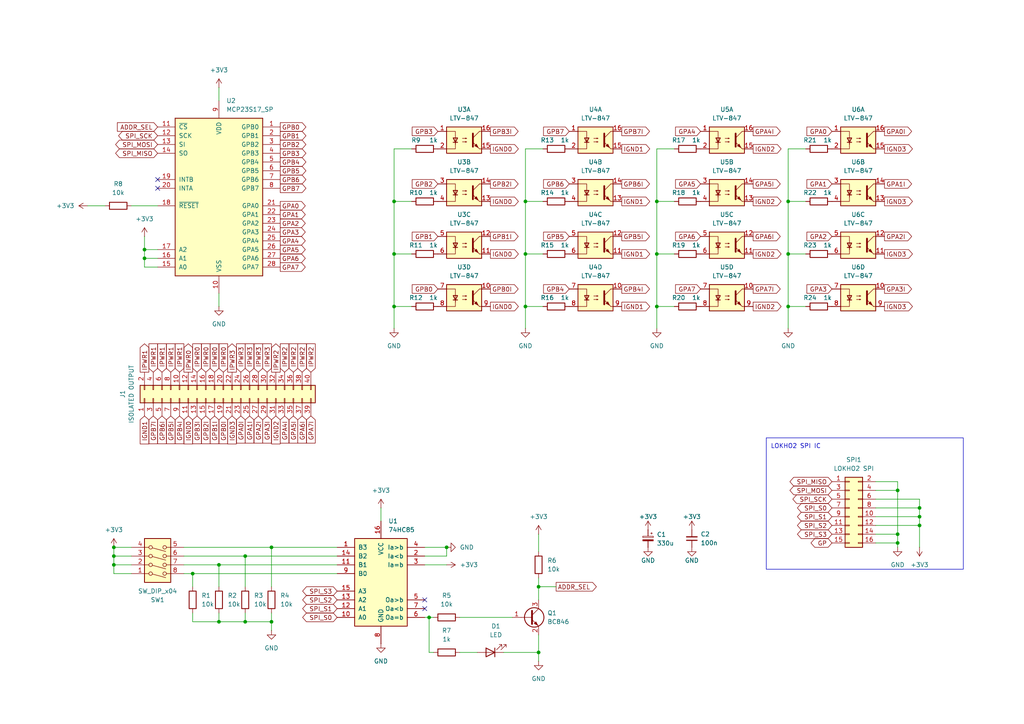
<source format=kicad_sch>
(kicad_sch (version 20250114) (generator "eeschema") (generator_version "9.0")
  (paper "A4")
  (rectangle (start 222.25 127) (end 279.4 165.1))
  (text "LOKHO2 SPI IC" (at 223.52 129.54 0) (effects (font (size 1.27 1.27)) (justify left)))
  (junction (at 156.21 189.23))
  (junction (at 129.54 158.75))
  (junction (at 71.12 180.34))
  (junction (at 33.02 158.75))
  (junction (at 33.02 163.83))
  (junction (at 78.74 180.34))
  (junction (at 114.3 73.66))
  (junction (at 41.91 74.93))
  (junction (at 63.5 163.83))
  (junction (at 71.12 161.29))
  (junction (at 228.6 88.9))
  (junction (at 190.5 88.9))
  (junction (at 124.46 179.07))
  (junction (at 156.21 170.18))
  (junction (at 152.4 88.9))
  (junction (at 114.3 88.9))
  (junction (at 228.6 58.42))
  (junction (at 260.35 154.94))
  (junction (at 55.88 166.37))
  (junction (at 260.35 142.24))
  (junction (at 152.4 58.42))
  (junction (at 266.7 152.4))
  (junction (at 63.5 180.34))
  (junction (at 260.35 157.48))
  (junction (at 114.3 58.42))
  (junction (at 190.5 58.42))
  (junction (at 228.6 73.66))
  (junction (at 152.4 73.66))
  (junction (at 33.02 161.29))
  (junction (at 78.74 158.75))
  (junction (at 266.7 149.86))
  (junction (at 41.91 72.39))
  (junction (at 266.7 147.32))
  (junction (at 190.5 73.66))
  (no_connect (at 45.72 52.07))
  (no_connect (at 45.72 54.61))
  (no_connect (at 123.19 173.99))
  (no_connect (at 123.19 176.53))
  (wire (pts (xy 63.5 180.34) (xy 71.12 180.34)))
  (wire (pts (xy 41.91 77.47) (xy 45.72 77.47)))
  (wire (pts (xy 156.21 167.64) (xy 156.21 170.18)))
  (wire (pts (xy 260.35 158.75) (xy 260.35 157.48)))
  (wire (pts (xy 41.91 72.39) (xy 41.91 74.93)))
  (wire (pts (xy 152.4 73.66) (xy 157.48 73.66)))
  (wire (pts (xy 71.12 177.8) (xy 71.12 180.34)))
  (wire (pts (xy 33.02 158.75) (xy 33.02 161.29)))
  (wire (pts (xy 161.29 170.18) (xy 156.21 170.18)))
  (wire (pts (xy 53.34 161.29) (xy 71.12 161.29)))
  (wire (pts (xy 190.5 88.9) (xy 195.58 88.9)))
  (wire (pts (xy 41.91 74.93) (xy 45.72 74.93)))
  (wire (pts (xy 33.02 166.37) (xy 38.1 166.37)))
  (wire (pts (xy 190.5 58.42) (xy 195.58 58.42)))
  (wire (pts (xy 114.3 95.25) (xy 114.3 88.9)))
  (wire (pts (xy 114.3 88.9) (xy 119.38 88.9)))
  (wire (pts (xy 152.4 58.42) (xy 157.48 58.42)))
  (wire (pts (xy 254 139.7) (xy 260.35 139.7)))
  (wire (pts (xy 53.34 163.83) (xy 63.5 163.83)))
  (wire (pts (xy 123.19 179.07) (xy 124.46 179.07)))
  (wire (pts (xy 78.74 180.34) (xy 78.74 182.88)))
  (wire (pts (xy 33.02 163.83) (xy 38.1 163.83)))
  (wire (pts (xy 266.7 152.4) (xy 266.7 149.86)))
  (wire (pts (xy 63.5 177.8) (xy 63.5 180.34)))
  (wire (pts (xy 190.5 43.18) (xy 195.58 43.18)))
  (wire (pts (xy 152.4 95.25) (xy 152.4 88.9)))
  (wire (pts (xy 129.54 161.29) (xy 123.19 161.29)))
  (wire (pts (xy 55.88 166.37) (xy 55.88 170.18)))
  (wire (pts (xy 41.91 74.93) (xy 41.91 77.47)))
  (wire (pts (xy 228.6 58.42) (xy 228.6 43.18)))
  (wire (pts (xy 55.88 180.34) (xy 63.5 180.34)))
  (wire (pts (xy 152.4 73.66) (xy 152.4 58.42)))
  (wire (pts (xy 33.02 158.75) (xy 38.1 158.75)))
  (wire (pts (xy 156.21 184.15) (xy 156.21 189.23)))
  (wire (pts (xy 133.35 189.23) (xy 138.43 189.23)))
  (wire (pts (xy 228.6 43.18) (xy 233.68 43.18)))
  (wire (pts (xy 266.7 144.78) (xy 266.7 147.32)))
  (wire (pts (xy 71.12 161.29) (xy 97.79 161.29)))
  (wire (pts (xy 33.02 163.83) (xy 33.02 166.37)))
  (wire (pts (xy 38.1 59.69) (xy 45.72 59.69)))
  (wire (pts (xy 71.12 161.29) (xy 71.12 170.18)))
  (wire (pts (xy 114.3 88.9) (xy 114.3 73.66)))
  (wire (pts (xy 228.6 73.66) (xy 233.68 73.66)))
  (wire (pts (xy 53.34 158.75) (xy 78.74 158.75)))
  (wire (pts (xy 152.4 43.18) (xy 157.48 43.18)))
  (wire (pts (xy 266.7 158.75) (xy 266.7 152.4)))
  (wire (pts (xy 114.3 58.42) (xy 114.3 43.18)))
  (wire (pts (xy 260.35 142.24) (xy 260.35 154.94)))
  (wire (pts (xy 78.74 158.75) (xy 78.74 170.18)))
  (wire (pts (xy 228.6 95.25) (xy 228.6 88.9)))
  (wire (pts (xy 190.5 95.25) (xy 190.5 88.9)))
  (wire (pts (xy 156.21 170.18) (xy 156.21 173.99)))
  (wire (pts (xy 33.02 161.29) (xy 38.1 161.29)))
  (wire (pts (xy 156.21 154.94) (xy 156.21 160.02)))
  (wire (pts (xy 55.88 166.37) (xy 97.79 166.37)))
  (wire (pts (xy 152.4 58.42) (xy 152.4 43.18)))
  (wire (pts (xy 133.35 179.07) (xy 148.59 179.07)))
  (wire (pts (xy 190.5 73.66) (xy 190.5 58.42)))
  (wire (pts (xy 78.74 177.8) (xy 78.74 180.34)))
  (wire (pts (xy 260.35 154.94) (xy 260.35 157.48)))
  (wire (pts (xy 33.02 161.29) (xy 33.02 163.83)))
  (wire (pts (xy 124.46 179.07) (xy 125.73 179.07)))
  (wire (pts (xy 78.74 158.75) (xy 97.79 158.75)))
  (wire (pts (xy 63.5 163.83) (xy 63.5 170.18)))
  (wire (pts (xy 190.5 88.9) (xy 190.5 73.66)))
  (wire (pts (xy 129.54 158.75) (xy 129.54 161.29)))
  (wire (pts (xy 228.6 88.9) (xy 228.6 73.66)))
  (wire (pts (xy 254 142.24) (xy 260.35 142.24)))
  (wire (pts (xy 41.91 72.39) (xy 45.72 72.39)))
  (wire (pts (xy 228.6 88.9) (xy 233.68 88.9)))
  (wire (pts (xy 156.21 189.23) (xy 156.21 191.77)))
  (wire (pts (xy 41.91 68.58) (xy 41.91 72.39)))
  (wire (pts (xy 228.6 58.42) (xy 233.68 58.42)))
  (wire (pts (xy 55.88 177.8) (xy 55.88 180.34)))
  (wire (pts (xy 254 147.32) (xy 266.7 147.32)))
  (wire (pts (xy 114.3 43.18) (xy 119.38 43.18)))
  (wire (pts (xy 123.19 158.75) (xy 129.54 158.75)))
  (wire (pts (xy 228.6 73.66) (xy 228.6 58.42)))
  (wire (pts (xy 63.5 85.09) (xy 63.5 88.9)))
  (wire (pts (xy 190.5 73.66) (xy 195.58 73.66)))
  (wire (pts (xy 254 154.94) (xy 260.35 154.94)))
  (wire (pts (xy 53.34 166.37) (xy 55.88 166.37)))
  (wire (pts (xy 124.46 189.23) (xy 124.46 179.07)))
  (wire (pts (xy 146.05 189.23) (xy 156.21 189.23)))
  (wire (pts (xy 260.35 139.7) (xy 260.35 142.24)))
  (wire (pts (xy 254 144.78) (xy 266.7 144.78)))
  (wire (pts (xy 266.7 147.32) (xy 266.7 149.86)))
  (wire (pts (xy 123.19 163.83) (xy 129.54 163.83)))
  (wire (pts (xy 125.73 189.23) (xy 124.46 189.23)))
  (wire (pts (xy 254 149.86) (xy 266.7 149.86)))
  (wire (pts (xy 152.4 88.9) (xy 152.4 73.66)))
  (wire (pts (xy 114.3 73.66) (xy 114.3 58.42)))
  (wire (pts (xy 260.35 157.48) (xy 254 157.48)))
  (wire (pts (xy 190.5 58.42) (xy 190.5 43.18)))
  (wire (pts (xy 152.4 88.9) (xy 157.48 88.9)))
  (wire (pts (xy 110.49 147.32) (xy 110.49 151.13)))
  (wire (pts (xy 63.5 25.4) (xy 63.5 29.21)))
  (wire (pts (xy 114.3 73.66) (xy 119.38 73.66)))
  (wire (pts (xy 71.12 180.34) (xy 78.74 180.34)))
  (wire (pts (xy 254 152.4) (xy 266.7 152.4)))
  (wire (pts (xy 114.3 58.42) (xy 119.38 58.42)))
  (wire (pts (xy 63.5 163.83) (xy 97.79 163.83)))
  (wire (pts (xy 25.4 59.69) (xy 30.48 59.69)))
  (global_label "IPWR2" (shape input) (at 90.17 107.95 90) (property "Intersheetrefs" "${INTERSHEET_REFS}" (effects (hide yes))))
  (global_label "IPWR2" (shape output) (at 80.01 107.95 90) (property "Intersheetrefs" "${INTERSHEET_REFS}" (effects (hide yes))))
  (global_label "GPB4" (shape input) (at 165.1 83.82 180) (property "Intersheetrefs" "${INTERSHEET_REFS}" (effects (hide yes))))
  (global_label "GPA2" (shape output) (at 81.28 64.77 0) (property "Intersheetrefs" "${INTERSHEET_REFS}" (effects (hide yes))))
  (global_label "GPB5I" (shape output) (at 180.34 68.58 0) (property "Intersheetrefs" "${INTERSHEET_REFS}" (effects (hide yes))))
  (global_label "GPA5" (shape output) (at 81.28 72.39 0) (property "Intersheetrefs" "${INTERSHEET_REFS}" (effects (hide yes))))
  (global_label "IGND1" (shape output) (at 180.34 73.66 0) (property "Intersheetrefs" "${INTERSHEET_REFS}" (effects (hide yes))))
  (global_label "SPI_S3" (shape bidirectional) (at 241.3 154.94 180) (property "Intersheetrefs" "${INTERSHEET_REFS}" (effects (hide yes))))
  (global_label "GPB7I" (shape output) (at 180.34 38.1 0) (property "Intersheetrefs" "${INTERSHEET_REFS}" (effects (hide yes))))
  (global_label "GPB1I" (shape input) (at 62.23 120.65 270) (property "Intersheetrefs" "${INTERSHEET_REFS}" (effects (hide yes))))
  (global_label "GPA7I" (shape output) (at 218.44 83.82 0) (property "Intersheetrefs" "${INTERSHEET_REFS}" (effects (hide yes))))
  (global_label "GPB6I" (shape output) (at 180.34 53.34 0) (property "Intersheetrefs" "${INTERSHEET_REFS}" (effects (hide yes))))
  (global_label "IGND1" (shape input) (at 41.91 120.65 270) (property "Intersheetrefs" "${INTERSHEET_REFS}" (effects (hide yes))))
  (global_label "GPA2I" (shape input) (at 74.93 120.65 270) (property "Intersheetrefs" "${INTERSHEET_REFS}" (effects (hide yes))))
  (global_label "GPA3" (shape output) (at 81.28 67.31 0) (property "Intersheetrefs" "${INTERSHEET_REFS}" (effects (hide yes))))
  (global_label "ADDR_SEL" (shape input) (at 45.72 36.83 180) (property "Intersheetrefs" "${INTERSHEET_REFS}" (effects (hide yes))))
  (global_label "SPI_S2" (shape bidirectional) (at 241.3 152.4 180) (property "Intersheetrefs" "${INTERSHEET_REFS}" (effects (hide yes))))
  (global_label "SPI_S1" (shape bidirectional) (at 97.79 176.53 180) (property "Intersheetrefs" "${INTERSHEET_REFS}" (effects (hide yes))))
  (global_label "IPWR1" (shape input) (at 46.99 107.95 90) (property "Intersheetrefs" "${INTERSHEET_REFS}" (effects (hide yes))))
  (global_label "GPA1" (shape input) (at 241.3 53.34 180) (property "Intersheetrefs" "${INTERSHEET_REFS}" (effects (hide yes))))
  (global_label "IPWR1" (shape input) (at 44.45 107.95 90) (property "Intersheetrefs" "${INTERSHEET_REFS}" (effects (hide yes))))
  (global_label "IPWR1" (shape input) (at 49.53 107.95 90) (property "Intersheetrefs" "${INTERSHEET_REFS}" (effects (hide yes))))
  (global_label "IPWR0" (shape input) (at 57.15 107.95 90) (property "Intersheetrefs" "${INTERSHEET_REFS}" (effects (hide yes))))
  (global_label "GPA3I" (shape input) (at 77.47 120.65 270) (property "Intersheetrefs" "${INTERSHEET_REFS}" (effects (hide yes))))
  (global_label "IPWR2" (shape input) (at 85.09 107.95 90) (property "Intersheetrefs" "${INTERSHEET_REFS}" (effects (hide yes))))
  (global_label "SPI_MOSI" (shape bidirectional) (at 45.72 41.91 180) (property "Intersheetrefs" "${INTERSHEET_REFS}" (effects (hide yes))))
  (global_label "SPI_SCK" (shape bidirectional) (at 45.72 39.37 180) (property "Intersheetrefs" "${INTERSHEET_REFS}" (effects (hide yes))))
  (global_label "IPWR3" (shape input) (at 69.85 107.95 90) (property "Intersheetrefs" "${INTERSHEET_REFS}" (effects (hide yes))))
  (global_label "GPA6I" (shape output) (at 218.44 68.58 0) (property "Intersheetrefs" "${INTERSHEET_REFS}" (effects (hide yes))))
  (global_label "IPWR1" (shape input) (at 52.07 107.95 90) (property "Intersheetrefs" "${INTERSHEET_REFS}" (effects (hide yes))))
  (global_label "SPI_S0" (shape bidirectional) (at 97.79 179.07 180) (property "Intersheetrefs" "${INTERSHEET_REFS}" (effects (hide yes))))
  (global_label "GPA1" (shape output) (at 81.28 62.23 0) (property "Intersheetrefs" "${INTERSHEET_REFS}" (effects (hide yes))))
  (global_label "IPWR2" (shape input) (at 82.55 107.95 90) (property "Intersheetrefs" "${INTERSHEET_REFS}" (effects (hide yes))))
  (global_label "GPB4I" (shape input) (at 52.07 120.65 270) (property "Intersheetrefs" "${INTERSHEET_REFS}" (effects (hide yes))))
  (global_label "IPWR2" (shape input) (at 87.63 107.95 90) (property "Intersheetrefs" "${INTERSHEET_REFS}" (effects (hide yes))))
  (global_label "IGND0" (shape output) (at 142.24 58.42 0) (property "Intersheetrefs" "${INTERSHEET_REFS}" (effects (hide yes))))
  (global_label "IPWR0" (shape input) (at 62.23 107.95 90) (property "Intersheetrefs" "${INTERSHEET_REFS}" (effects (hide yes))))
  (global_label "IGND1" (shape output) (at 180.34 58.42 0) (property "Intersheetrefs" "${INTERSHEET_REFS}" (effects (hide yes))))
  (global_label "IPWR1" (shape output) (at 41.91 107.95 90) (property "Intersheetrefs" "${INTERSHEET_REFS}" (effects (hide yes))))
  (global_label "IPWR3" (shape output) (at 67.31 107.95 90) (property "Intersheetrefs" "${INTERSHEET_REFS}" (effects (hide yes))))
  (global_label "IGND3" (shape input) (at 67.31 120.65 270) (property "Intersheetrefs" "${INTERSHEET_REFS}" (effects (hide yes))))
  (global_label "IPWR0" (shape output) (at 54.61 107.95 90) (property "Intersheetrefs" "${INTERSHEET_REFS}" (effects (hide yes))))
  (global_label "GPB2" (shape input) (at 127 53.34 180) (property "Intersheetrefs" "${INTERSHEET_REFS}" (effects (hide yes))))
  (global_label "GPA3I" (shape output) (at 256.54 83.82 0) (property "Intersheetrefs" "${INTERSHEET_REFS}" (effects (hide yes))))
  (global_label "GPB4" (shape output) (at 81.28 46.99 0) (property "Intersheetrefs" "${INTERSHEET_REFS}" (effects (hide yes))))
  (global_label "IGND2" (shape output) (at 218.44 43.18 0) (property "Intersheetrefs" "${INTERSHEET_REFS}" (effects (hide yes))))
  (global_label "IGND1" (shape output) (at 180.34 43.18 0) (property "Intersheetrefs" "${INTERSHEET_REFS}" (effects (hide yes))))
  (global_label "IGND3" (shape output) (at 256.54 43.18 0) (property "Intersheetrefs" "${INTERSHEET_REFS}" (effects (hide yes))))
  (global_label "GPB2I" (shape output) (at 142.24 53.34 0) (property "Intersheetrefs" "${INTERSHEET_REFS}" (effects (hide yes))))
  (global_label "GPA6I" (shape input) (at 87.63 120.65 270) (property "Intersheetrefs" "${INTERSHEET_REFS}" (effects (hide yes))))
  (global_label "GPB3I" (shape input) (at 57.15 120.65 270) (property "Intersheetrefs" "${INTERSHEET_REFS}" (effects (hide yes))))
  (global_label "SPI_MISO" (shape bidirectional) (at 45.72 44.45 180) (property "Intersheetrefs" "${INTERSHEET_REFS}" (effects (hide yes))))
  (global_label "SPI_S2" (shape bidirectional) (at 97.79 173.99 180) (property "Intersheetrefs" "${INTERSHEET_REFS}" (effects (hide yes))))
  (global_label "IGND1" (shape output) (at 180.34 88.9 0) (property "Intersheetrefs" "${INTERSHEET_REFS}" (effects (hide yes))))
  (global_label "GPA5" (shape input) (at 203.2 53.34 180) (property "Intersheetrefs" "${INTERSHEET_REFS}" (effects (hide yes))))
  (global_label "IGND0" (shape input) (at 54.61 120.65 270) (property "Intersheetrefs" "${INTERSHEET_REFS}" (effects (hide yes))))
  (global_label "GPA1I" (shape input) (at 72.39 120.65 270) (property "Intersheetrefs" "${INTERSHEET_REFS}" (effects (hide yes))))
  (global_label "GPB0" (shape output) (at 81.28 36.83 0) (property "Intersheetrefs" "${INTERSHEET_REFS}" (effects (hide yes))))
  (global_label "GPB1" (shape input) (at 127 68.58 180) (property "Intersheetrefs" "${INTERSHEET_REFS}" (effects (hide yes))))
  (global_label "GPA4" (shape input) (at 203.2 38.1 180) (property "Intersheetrefs" "${INTERSHEET_REFS}" (effects (hide yes))))
  (global_label "IGND0" (shape output) (at 142.24 43.18 0) (property "Intersheetrefs" "${INTERSHEET_REFS}" (effects (hide yes))))
  (global_label "GPA5I" (shape input) (at 85.09 120.65 270) (property "Intersheetrefs" "${INTERSHEET_REFS}" (effects (hide yes))))
  (global_label "GPA6" (shape input) (at 203.2 68.58 180) (property "Intersheetrefs" "${INTERSHEET_REFS}" (effects (hide yes))))
  (global_label "GPA7" (shape input) (at 203.2 83.82 180) (property "Intersheetrefs" "${INTERSHEET_REFS}" (effects (hide yes))))
  (global_label "GPB1I" (shape output) (at 142.24 68.58 0) (property "Intersheetrefs" "${INTERSHEET_REFS}" (effects (hide yes))))
  (global_label "IPWR3" (shape input) (at 74.93 107.95 90) (property "Intersheetrefs" "${INTERSHEET_REFS}" (effects (hide yes))))
  (global_label "IGND2" (shape input) (at 80.01 120.65 270) (property "Intersheetrefs" "${INTERSHEET_REFS}" (effects (hide yes))))
  (global_label "IPWR3" (shape input) (at 72.39 107.95 90) (property "Intersheetrefs" "${INTERSHEET_REFS}" (effects (hide yes))))
  (global_label "GPA5I" (shape output) (at 218.44 53.34 0) (property "Intersheetrefs" "${INTERSHEET_REFS}" (effects (hide yes))))
  (global_label "GPB0I" (shape output) (at 142.24 83.82 0) (property "Intersheetrefs" "${INTERSHEET_REFS}" (effects (hide yes))))
  (global_label "IGND0" (shape output) (at 142.24 73.66 0) (property "Intersheetrefs" "${INTERSHEET_REFS}" (effects (hide yes))))
  (global_label "GPA0" (shape input) (at 241.3 38.1 180) (property "Intersheetrefs" "${INTERSHEET_REFS}" (effects (hide yes))))
  (global_label "GPB7I" (shape input) (at 44.45 120.65 270) (property "Intersheetrefs" "${INTERSHEET_REFS}" (effects (hide yes))))
  (global_label "GPA0I" (shape input) (at 69.85 120.65 270) (property "Intersheetrefs" "${INTERSHEET_REFS}" (effects (hide yes))))
  (global_label "GPB3" (shape output) (at 81.28 44.45 0) (property "Intersheetrefs" "${INTERSHEET_REFS}" (effects (hide yes))))
  (global_label "GPA4I" (shape input) (at 82.55 120.65 270) (property "Intersheetrefs" "${INTERSHEET_REFS}" (effects (hide yes))))
  (global_label "SPI_MOSI" (shape bidirectional) (at 241.3 142.24 180) (property "Intersheetrefs" "${INTERSHEET_REFS}" (effects (hide yes))))
  (global_label "GPB6" (shape input) (at 165.1 53.34 180) (property "Intersheetrefs" "${INTERSHEET_REFS}" (effects (hide yes))))
  (global_label "GPB3" (shape input) (at 127 38.1 180) (property "Intersheetrefs" "${INTERSHEET_REFS}" (effects (hide yes))))
  (global_label "SPI_SCK" (shape bidirectional) (at 241.3 144.78 180) (property "Intersheetrefs" "${INTERSHEET_REFS}" (effects (hide yes))))
  (global_label "GPB6" (shape output) (at 81.28 52.07 0) (property "Intersheetrefs" "${INTERSHEET_REFS}" (effects (hide yes))))
  (global_label "GPA6" (shape output) (at 81.28 74.93 0) (property "Intersheetrefs" "${INTERSHEET_REFS}" (effects (hide yes))))
  (global_label "SPI_S1" (shape bidirectional) (at 241.3 149.86 180) (property "Intersheetrefs" "${INTERSHEET_REFS}" (effects (hide yes))))
  (global_label "GPB7" (shape input) (at 165.1 38.1 180) (property "Intersheetrefs" "${INTERSHEET_REFS}" (effects (hide yes))))
  (global_label "GPB4I" (shape output) (at 180.34 83.82 0) (property "Intersheetrefs" "${INTERSHEET_REFS}" (effects (hide yes))))
  (global_label "GPA0" (shape output) (at 81.28 59.69 0) (property "Intersheetrefs" "${INTERSHEET_REFS}" (effects (hide yes))))
  (global_label "GPB1" (shape output) (at 81.28 39.37 0) (property "Intersheetrefs" "${INTERSHEET_REFS}" (effects (hide yes))))
  (global_label "GPA7I" (shape input) (at 90.17 120.65 270) (property "Intersheetrefs" "${INTERSHEET_REFS}" (effects (hide yes))))
  (global_label "IGND2" (shape output) (at 218.44 88.9 0) (property "Intersheetrefs" "${INTERSHEET_REFS}" (effects (hide yes))))
  (global_label "IGND0" (shape output) (at 142.24 88.9 0) (property "Intersheetrefs" "${INTERSHEET_REFS}" (effects (hide yes))))
  (global_label "IGND3" (shape output) (at 256.54 88.9 0) (property "Intersheetrefs" "${INTERSHEET_REFS}" (effects (hide yes))))
  (global_label "GPA3" (shape input) (at 241.3 83.82 180) (property "Intersheetrefs" "${INTERSHEET_REFS}" (effects (hide yes))))
  (global_label "GPB5I" (shape input) (at 49.53 120.65 270) (property "Intersheetrefs" "${INTERSHEET_REFS}" (effects (hide yes))))
  (global_label "SPI_S0" (shape bidirectional) (at 241.3 147.32 180) (property "Intersheetrefs" "${INTERSHEET_REFS}" (effects (hide yes))))
  (global_label "IPWR0" (shape input) (at 59.69 107.95 90) (property "Intersheetrefs" "${INTERSHEET_REFS}" (effects (hide yes))))
  (global_label "GPA2I" (shape output) (at 256.54 68.58 0) (property "Intersheetrefs" "${INTERSHEET_REFS}" (effects (hide yes))))
  (global_label "GPA0I" (shape output) (at 256.54 38.1 0) (property "Intersheetrefs" "${INTERSHEET_REFS}" (effects (hide yes))))
  (global_label "GPB0I" (shape input) (at 64.77 120.65 270) (property "Intersheetrefs" "${INTERSHEET_REFS}" (effects (hide yes))))
  (global_label "GPA1I" (shape output) (at 256.54 53.34 0) (property "Intersheetrefs" "${INTERSHEET_REFS}" (effects (hide yes))))
  (global_label "ADDR_SEL" (shape output) (at 161.29 170.18 0) (property "Intersheetrefs" "${INTERSHEET_REFS}" (effects (hide yes))))
  (global_label "GPB2" (shape output) (at 81.28 41.91 0) (property "Intersheetrefs" "${INTERSHEET_REFS}" (effects (hide yes))))
  (global_label "IPWR3" (shape input) (at 77.47 107.95 90) (property "Intersheetrefs" "${INTERSHEET_REFS}" (effects (hide yes))))
  (global_label "SPI_MISO" (shape bidirectional) (at 241.3 139.7 180) (property "Intersheetrefs" "${INTERSHEET_REFS}" (effects (hide yes))))
  (global_label "GPB3I" (shape output) (at 142.24 38.1 0) (property "Intersheetrefs" "${INTERSHEET_REFS}" (effects (hide yes))))
  (global_label "GPB2I" (shape input) (at 59.69 120.65 270) (property "Intersheetrefs" "${INTERSHEET_REFS}" (effects (hide yes))))
  (global_label "GPB6I" (shape input) (at 46.99 120.65 270) (property "Intersheetrefs" "${INTERSHEET_REFS}" (effects (hide yes))))
  (global_label "IPWR0" (shape input) (at 64.77 107.95 90) (property "Intersheetrefs" "${INTERSHEET_REFS}" (effects (hide yes))))
  (global_label "SPI_S3" (shape bidirectional) (at 97.79 171.45 180) (property "Intersheetrefs" "${INTERSHEET_REFS}" (effects (hide yes))))
  (global_label "IGND3" (shape output) (at 256.54 73.66 0) (property "Intersheetrefs" "${INTERSHEET_REFS}" (effects (hide yes))))
  (global_label "GPA4" (shape output) (at 81.28 69.85 0) (property "Intersheetrefs" "${INTERSHEET_REFS}" (effects (hide yes))))
  (global_label "GPA7" (shape output) (at 81.28 77.47 0) (property "Intersheetrefs" "${INTERSHEET_REFS}" (effects (hide yes))))
  (global_label "GPB5" (shape input) (at 165.1 68.58 180) (property "Intersheetrefs" "${INTERSHEET_REFS}" (effects (hide yes))))
  (global_label "GPB7" (shape output) (at 81.28 54.61 0) (property "Intersheetrefs" "${INTERSHEET_REFS}" (effects (hide yes))))
  (global_label "GPB5" (shape output) (at 81.28 49.53 0) (property "Intersheetrefs" "${INTERSHEET_REFS}" (effects (hide yes))))
  (global_label "GP" (shape bidirectional) (at 241.3 157.48 180) (property "Intersheetrefs" "${INTERSHEET_REFS}" (effects (hide yes))))
  (global_label "IGND2" (shape output) (at 218.44 73.66 0) (property "Intersheetrefs" "${INTERSHEET_REFS}" (effects (hide yes))))
  (global_label "GPA2" (shape input) (at 241.3 68.58 180) (property "Intersheetrefs" "${INTERSHEET_REFS}" (effects (hide yes))))
  (global_label "IGND3" (shape output) (at 256.54 58.42 0) (property "Intersheetrefs" "${INTERSHEET_REFS}" (effects (hide yes))))
  (global_label "GPA4I" (shape output) (at 218.44 38.1 0) (property "Intersheetrefs" "${INTERSHEET_REFS}" (effects (hide yes))))
  (global_label "GPB0" (shape input) (at 127 83.82 180) (property "Intersheetrefs" "${INTERSHEET_REFS}" (effects (hide yes))))
  (global_label "IGND2" (shape output) (at 218.44 58.42 0) (property "Intersheetrefs" "${INTERSHEET_REFS}" (effects (hide yes))))
  (symbol (lib_id "power:GND") (at 110.49 186.69 0) (unit 1)
    (property "Reference" "#PWR0108" (effects (hide yes)))
    (property "Value" "GND" (at 110.49 191.77 0))
    (property "Description" "Power symbol creates a global label with name \"GND\" , ground" (effects (hide yes)))
  )
  (symbol (lib_id "power:+3V3") (at 33.02 158.75 0) (unit 1)
    (property "Reference" "#PWR0105" (effects (hide yes)))
    (property "Value" "+3V3" (at 33.02 153.67 0))
    (property "Description" "Power symbol creates a global label with name \"+3V3\"" (effects (hide yes)))
  )
  (symbol (lib_id "Device:R") (at 237.49 58.42 90) (unit 1)
    (property "Reference" "R22" (at 234.95 55.88 90))
    (property "Value" "1k" (at 240.03 55.88 90))
    (property "Footprint" "Resistor_THT:R_Axial_DIN0204_L3.6mm_D1.6mm_P7.62mm_Horizontal" (effects (hide yes)))
    (property "Description" "Resistor" (effects (hide yes)))
  )
  (symbol (lib_id "power:GND") (at 63.5 88.9 0) (unit 1)
    (property "Reference" "#PWR0102" (effects (hide yes)))
    (property "Value" "GND" (at 63.5 93.98 0))
    (property "Description" "Power symbol creates a global label with name \"GND\" , ground" (effects (hide yes)))
  )
  (symbol (lib_id "power:GND") (at 114.3 95.25 0) (unit 1)
    (property "Reference" "#PWR02" (effects (hide yes)))
    (property "Value" "GND" (at 114.3 100.33 0))
    (property "Description" "Power symbol creates a global label with name \"GND\" , ground" (effects (hide yes)))
  )
  (symbol (lib_id "Device:LED") (at 142.24 189.23 180) (unit 1)
    (property "Reference" "D1" (at 143.8275 181.61 0))
    (property "Value" "LED" (at 143.8275 184.15 0))
    (property "Footprint" "LED_THT:LED_D3.0mm" (effects (hide yes)))
    (property "Description" "Light emitting diode" (effects (hide yes)))
    (property "Sim.Pins" "1=K 2=A" (effects (hide yes)))
  )
  (symbol (lib_id "Device:R") (at 63.5 173.99 0) (unit 1)
    (property "Reference" "R2" (at 66.04 172.7199 0) (effects (justify left)))
    (property "Value" "10k" (at 66.04 175.2599 0) (effects (justify left)))
    (property "Footprint" "Resistor_THT:R_Axial_DIN0204_L3.6mm_D1.6mm_P7.62mm_Horizontal" (effects (hide yes)))
    (property "Description" "Resistor" (effects (hide yes)))
  )
  (symbol (lib_id "Device:R") (at 129.54 179.07 90) (unit 1)
    (property "Reference" "R5" (at 129.54 172.72 90))
    (property "Value" "10k" (at 129.54 175.26 90))
    (property "Footprint" "Resistor_THT:R_Axial_DIN0204_L3.6mm_D1.6mm_P7.62mm_Horizontal" (effects (hide yes)))
    (property "Description" "Resistor" (effects (hide yes)))
  )
  (symbol (lib_id "power:GND") (at 187.96 158.75 0) (unit 1)
    (property "Reference" "#PWR0114" (effects (hide yes)))
    (property "Value" "GND" (at 187.96 162.56 0))
  )
  (symbol (lib_id "Connector_Generic:Conn_02x20_Odd_Even") (at 64.77 115.57 90) (unit 1)
    (property "Reference" "J1" (at 35.56 114.3 0))
    (property "Value" "ISOLATED OUTPUT" (at 38.1 114.3 0))
    (property "Footprint" "Connector_IDC:IDC-Header_2x20_P2.54mm_Horizontal" (effects (hide yes)))
    (property "Description" "Generic connector, double row, 02x20, odd/even pin numbering scheme (row 1 odd numbers, row 2 even numbers), script generated (kicad-library-utils/schlib/autogen/connector/)" (effects (hide yes)))
  )
  (symbol (lib_id "Isolator:LTV-847") (at 134.62 71.12 0) (unit 3)
    (property "Reference" "U3" (at 134.62 62.23 0))
    (property "Value" "LTV-847" (at 134.62 64.77 0))
    (property "Footprint" "Package_DIP:DIP-16_W7.62mm" (effects (hide yes)))
    (property "Datasheet" "http://optoelectronics.liteon.com/upload/download/DS-70-96-0016/LTV-8X7%20series.PDF" (effects (hide yes)))
    (property "Description" "Quad DC Optocoupler, Vce 35V, CTR 50%, DIP-16" (effects (hide yes)))
  )
  (symbol (lib_id "power:GND") (at 156.21 191.77 0) (unit 1)
    (property "Reference" "#PWR0106" (effects (hide yes)))
    (property "Value" "GND" (at 156.21 196.85 0))
    (property "Description" "Power symbol creates a global label with name \"GND\" , ground" (effects (hide yes)))
  )
  (symbol (lib_id "power:+3V3") (at 156.21 154.94 0) (unit 1)
    (property "Reference" "#PWR0109" (effects (hide yes)))
    (property "Value" "+3V3" (at 156.21 149.86 0))
    (property "Description" "Power symbol creates a global label with name \"+3V3\"" (effects (hide yes)))
  )
  (symbol (lib_id "Isolator:LTV-847") (at 172.72 40.64 0) (unit 1)
    (property "Reference" "U4" (at 172.72 31.75 0))
    (property "Value" "LTV-847" (at 172.72 34.29 0))
    (property "Footprint" "Package_DIP:DIP-16_W7.62mm" (effects (hide yes)))
    (property "Datasheet" "http://optoelectronics.liteon.com/upload/download/DS-70-96-0016/LTV-8X7%20series.PDF" (effects (hide yes)))
    (property "Description" "Quad DC Optocoupler, Vce 35V, CTR 50%, DIP-16" (effects (hide yes)))
  )
  (symbol (lib_id "Device:R") (at 161.29 88.9 90) (unit 1)
    (property "Reference" "R16" (at 158.75 86.36 90))
    (property "Value" "1k" (at 163.83 86.36 90))
    (property "Footprint" "Resistor_THT:R_Axial_DIN0204_L3.6mm_D1.6mm_P7.62mm_Horizontal" (effects (hide yes)))
    (property "Description" "Resistor" (effects (hide yes)))
  )
  (symbol (lib_id "power:+3V3") (at 25.4 59.69 90) (unit 1)
    (property "Reference" "#PWR0104" (effects (hide yes)))
    (property "Value" "+3V3" (at 21.59 59.6899 90) (effects (justify left)))
    (property "Description" "Power symbol creates a global label with name \"+3V3\"" (effects (hide yes)))
  )
  (symbol (lib_id "Interface_Expansion:MCP23S17_SP") (at 63.5 57.15 0) (unit 1)
    (property "Reference" "U2" (at 65.6433 29.21 0) (effects (justify left)))
    (property "Value" "MCP23S17_SP" (at 65.6433 31.75 0) (effects (justify left)))
    (property "Footprint" "Package_DIP:DIP-28_W7.62mm" (effects (hide yes)))
    (property "Datasheet" "http://ww1.microchip.com/downloads/en/DeviceDoc/20001952C.pdf" (effects (hide yes)))
    (property "Description" "16-bit I/O expander, SPI, interrupts, w pull-ups, SPDIP-28" (effects (hide yes)))
  )
  (symbol (lib_id "Transistor_BJT:BC846") (at 153.67 179.07 0) (unit 1)
    (property "Reference" "Q1" (at 158.75 177.7999 0) (effects (justify left)))
    (property "Value" "BC846" (at 158.75 180.3399 0) (effects (justify left)))
    (property "Footprint" "Package_TO_SOT_SMD:SOT-23" (effects (hide yes)))
    (property "Datasheet" "https://assets.nexperia.com/documents/data-sheet/BC846_SER.pdf" (effects (hide yes)))
    (property "Description" "0.1A Ic, 65V Vce, NPN Transistor, SOT-23" (effects (hide yes)))
    (property "Sim.Device" "NPN" (effects (hide yes)))
    (property "Sim.Pins" "1=B 2=E 3=C" (effects (hide yes)))
  )
  (symbol (lib_id "Device:R") (at 129.54 189.23 90) (unit 1)
    (property "Reference" "R7" (at 129.54 182.88 90))
    (property "Value" "1k" (at 129.54 185.42 90))
    (property "Footprint" "Resistor_THT:R_Axial_DIN0204_L3.6mm_D1.6mm_P7.62mm_Horizontal" (effects (hide yes)))
    (property "Description" "Resistor" (effects (hide yes)))
  )
  (symbol (lib_id "Isolator:LTV-847") (at 172.72 86.36 0) (unit 4)
    (property "Reference" "U4" (at 172.72 77.47 0))
    (property "Value" "LTV-847" (at 172.72 80.01 0))
    (property "Footprint" "Package_DIP:DIP-16_W7.62mm" (effects (hide yes)))
    (property "Datasheet" "http://optoelectronics.liteon.com/upload/download/DS-70-96-0016/LTV-8X7%20series.PDF" (effects (hide yes)))
    (property "Description" "Quad DC Optocoupler, Vce 35V, CTR 50%, DIP-16" (effects (hide yes)))
  )
  (symbol (lib_id "Device:R") (at 161.29 73.66 90) (unit 1)
    (property "Reference" "R15" (at 158.75 71.12 90))
    (property "Value" "1k" (at 163.83 71.12 90))
    (property "Footprint" "Resistor_THT:R_Axial_DIN0204_L3.6mm_D1.6mm_P7.62mm_Horizontal" (effects (hide yes)))
    (property "Description" "Resistor" (effects (hide yes)))
  )
  (symbol (lib_id "Isolator:LTV-847") (at 134.62 86.36 0) (unit 4)
    (property "Reference" "U3" (at 134.62 77.47 0))
    (property "Value" "LTV-847" (at 134.62 80.01 0))
    (property "Footprint" "Package_DIP:DIP-16_W7.62mm" (effects (hide yes)))
    (property "Datasheet" "http://optoelectronics.liteon.com/upload/download/DS-70-96-0016/LTV-8X7%20series.PDF" (effects (hide yes)))
    (property "Description" "Quad DC Optocoupler, Vce 35V, CTR 50%, DIP-16" (effects (hide yes)))
  )
  (symbol (lib_id "Isolator:LTV-847") (at 248.92 71.12 0) (unit 3)
    (property "Reference" "U6" (at 248.92 62.23 0))
    (property "Value" "LTV-847" (at 248.92 64.77 0))
    (property "Footprint" "Package_DIP:DIP-16_W7.62mm" (effects (hide yes)))
    (property "Datasheet" "http://optoelectronics.liteon.com/upload/download/DS-70-96-0016/LTV-8X7%20series.PDF" (effects (hide yes)))
    (property "Description" "Quad DC Optocoupler, Vce 35V, CTR 50%, DIP-16" (effects (hide yes)))
  )
  (symbol (lib_id "Device:R") (at 55.88 173.99 0) (unit 1)
    (property "Reference" "R1" (at 58.42 172.7199 0) (effects (justify left)))
    (property "Value" "10k" (at 58.42 175.2599 0) (effects (justify left)))
    (property "Footprint" "Resistor_THT:R_Axial_DIN0204_L3.6mm_D1.6mm_P7.62mm_Horizontal" (effects (hide yes)))
    (property "Description" "Resistor" (effects (hide yes)))
  )
  (symbol (lib_id "power:GND") (at 190.5 95.25 0) (unit 1)
    (property "Reference" "#PWR04" (effects (hide yes)))
    (property "Value" "GND" (at 190.5 100.33 0))
    (property "Description" "Power symbol creates a global label with name \"GND\" , ground" (effects (hide yes)))
  )
  (symbol (lib_id "Device:R") (at 156.21 163.83 180) (unit 1)
    (property "Reference" "R6" (at 158.75 162.5599 0) (effects (justify right)))
    (property "Value" "10k" (at 158.75 165.0999 0) (effects (justify right)))
    (property "Footprint" "Resistor_THT:R_Axial_DIN0204_L3.6mm_D1.6mm_P7.62mm_Horizontal" (effects (hide yes)))
    (property "Description" "Resistor" (effects (hide yes)))
  )
  (symbol (lib_id "Isolator:LTV-847") (at 172.72 55.88 0) (unit 2)
    (property "Reference" "U4" (at 172.72 46.99 0))
    (property "Value" "LTV-847" (at 172.72 49.53 0))
    (property "Footprint" "Package_DIP:DIP-16_W7.62mm" (effects (hide yes)))
    (property "Datasheet" "http://optoelectronics.liteon.com/upload/download/DS-70-96-0016/LTV-8X7%20series.PDF" (effects (hide yes)))
    (property "Description" "Quad DC Optocoupler, Vce 35V, CTR 50%, DIP-16" (effects (hide yes)))
  )
  (symbol (lib_id "Device:R") (at 123.19 43.18 90) (unit 1)
    (property "Reference" "R9" (at 120.65 40.64 90))
    (property "Value" "1k" (at 125.73 40.64 90))
    (property "Footprint" "Resistor_THT:R_Axial_DIN0204_L3.6mm_D1.6mm_P7.62mm_Horizontal" (effects (hide yes)))
    (property "Description" "Resistor" (effects (hide yes)))
  )
  (symbol (lib_id "power:GND") (at 78.74 182.88 0) (unit 1)
    (property "Reference" "#PWR0101" (effects (hide yes)))
    (property "Value" "GND" (at 78.74 187.96 0))
    (property "Description" "Power symbol creates a global label with name \"GND\" , ground" (effects (hide yes)))
  )
  (symbol (lib_id "power:GND") (at 228.6 95.25 0) (unit 1)
    (property "Reference" "#PWR05" (effects (hide yes)))
    (property "Value" "GND" (at 228.6 100.33 0))
    (property "Description" "Power symbol creates a global label with name \"GND\" , ground" (effects (hide yes)))
  )
  (symbol (lib_id "power:+3V3") (at 129.54 163.83 270) (unit 1)
    (property "Reference" "#PWR0110" (effects (hide yes)))
    (property "Value" "+3V3" (at 133.35 163.8299 90) (effects (justify left)))
    (property "Description" "Power symbol creates a global label with name \"+3V3\"" (effects (hide yes)))
  )
  (symbol (lib_id "Isolator:LTV-847") (at 172.72 71.12 0) (unit 3)
    (property "Reference" "U4" (at 172.72 62.23 0))
    (property "Value" "LTV-847" (at 172.72 64.77 0))
    (property "Footprint" "Package_DIP:DIP-16_W7.62mm" (effects (hide yes)))
    (property "Datasheet" "http://optoelectronics.liteon.com/upload/download/DS-70-96-0016/LTV-8X7%20series.PDF" (effects (hide yes)))
    (property "Description" "Quad DC Optocoupler, Vce 35V, CTR 50%, DIP-16" (effects (hide yes)))
  )
  (symbol (lib_id "Device:R") (at 123.19 58.42 90) (unit 1)
    (property "Reference" "R10" (at 120.65 55.88 90))
    (property "Value" "1k" (at 125.73 55.88 90))
    (property "Footprint" "Resistor_THT:R_Axial_DIN0204_L3.6mm_D1.6mm_P7.62mm_Horizontal" (effects (hide yes)))
    (property "Description" "Resistor" (effects (hide yes)))
  )
  (symbol (lib_id "Device:R") (at 123.19 88.9 90) (unit 1)
    (property "Reference" "R12" (at 120.65 86.36 90))
    (property "Value" "1k" (at 125.73 86.36 90))
    (property "Footprint" "Resistor_THT:R_Axial_DIN0204_L3.6mm_D1.6mm_P7.62mm_Horizontal" (effects (hide yes)))
    (property "Description" "Resistor" (effects (hide yes)))
  )
  (symbol (lib_id "Isolator:LTV-847") (at 248.92 55.88 0) (unit 2)
    (property "Reference" "U6" (at 248.92 46.99 0))
    (property "Value" "LTV-847" (at 248.92 49.53 0))
    (property "Footprint" "Package_DIP:DIP-16_W7.62mm" (effects (hide yes)))
    (property "Datasheet" "http://optoelectronics.liteon.com/upload/download/DS-70-96-0016/LTV-8X7%20series.PDF" (effects (hide yes)))
    (property "Description" "Quad DC Optocoupler, Vce 35V, CTR 50%, DIP-16" (effects (hide yes)))
  )
  (symbol (lib_id "Device:R") (at 71.12 173.99 0) (unit 1)
    (property "Reference" "R3" (at 73.66 172.7199 0) (effects (justify left)))
    (property "Value" "10k" (at 73.66 175.2599 0) (effects (justify left)))
    (property "Footprint" "Resistor_THT:R_Axial_DIN0204_L3.6mm_D1.6mm_P7.62mm_Horizontal" (effects (hide yes)))
    (property "Description" "Resistor" (effects (hide yes)))
  )
  (symbol (lib_id "Isolator:LTV-847") (at 210.82 55.88 0) (unit 2)
    (property "Reference" "U5" (at 210.82 46.99 0))
    (property "Value" "LTV-847" (at 210.82 49.53 0))
    (property "Footprint" "Package_DIP:DIP-16_W7.62mm" (effects (hide yes)))
    (property "Datasheet" "http://optoelectronics.liteon.com/upload/download/DS-70-96-0016/LTV-8X7%20series.PDF" (effects (hide yes)))
    (property "Description" "Quad DC Optocoupler, Vce 35V, CTR 50%, DIP-16" (effects (hide yes)))
  )
  (symbol (lib_id "Connector_Generic:Conn_02x08_Odd_Even") (at 246.38 147.32 0) (unit 1)
    (property "Reference" "SPI1" (at 247.65 133.35 0))
    (property "Value" "LOKHO2 SPI" (at 247.65 135.89 0))
    (property "Footprint" "Connector_IDC:IDC-Header_2x08_P2.54mm_Horizontal" (effects (hide yes)))
    (property "Description" "Generic connector, double row, 02x08, odd/even pin numbering scheme (row 1 odd numbers, row 2 even numbers), script generated (kicad-library-utils/schlib/autogen/connector/)" (effects (hide yes)))
  )
  (symbol (lib_id "power:+3V3") (at 41.91 68.58 0) (unit 1)
    (property "Reference" "#PWR01" (effects (hide yes)))
    (property "Value" "+3V3" (at 41.91 63.5 0))
    (property "Description" "Power symbol creates a global label with name \"+3V3\"" (effects (hide yes)))
  )
  (symbol (lib_id "power:GND") (at 129.54 158.75 90) (unit 1)
    (property "Reference" "#PWR0111" (effects (hide yes)))
    (property "Value" "GND" (at 133.35 158.7499 90) (effects (justify right)))
    (property "Description" "Power symbol creates a global label with name \"GND\" , ground" (effects (hide yes)))
  )
  (symbol (lib_id "Device:R") (at 199.39 58.42 90) (unit 1)
    (property "Reference" "R18" (at 196.85 55.88 90))
    (property "Value" "1k" (at 201.93 55.88 90))
    (property "Footprint" "Resistor_THT:R_Axial_DIN0204_L3.6mm_D1.6mm_P7.62mm_Horizontal" (effects (hide yes)))
    (property "Description" "Resistor" (effects (hide yes)))
  )
  (symbol (lib_id "Device:R") (at 34.29 59.69 90) (unit 1)
    (property "Reference" "R8" (at 34.29 53.34 90))
    (property "Value" "10k" (at 34.29 55.88 90))
    (property "Footprint" "Resistor_THT:R_Axial_DIN0204_L3.6mm_D1.6mm_P7.62mm_Horizontal" (effects (hide yes)))
    (property "Description" "Resistor" (effects (hide yes)))
  )
  (symbol (lib_id "Isolator:LTV-847") (at 210.82 40.64 0) (unit 1)
    (property "Reference" "U5" (at 210.82 31.75 0))
    (property "Value" "LTV-847" (at 210.82 34.29 0))
    (property "Footprint" "Package_DIP:DIP-16_W7.62mm" (effects (hide yes)))
    (property "Datasheet" "http://optoelectronics.liteon.com/upload/download/DS-70-96-0016/LTV-8X7%20series.PDF" (effects (hide yes)))
    (property "Description" "Quad DC Optocoupler, Vce 35V, CTR 50%, DIP-16" (effects (hide yes)))
  )
  (symbol (lib_id "Isolator:LTV-847") (at 134.62 40.64 0) (unit 1)
    (property "Reference" "U3" (at 134.62 31.75 0))
    (property "Value" "LTV-847" (at 134.62 34.29 0))
    (property "Footprint" "Package_DIP:DIP-16_W7.62mm" (effects (hide yes)))
    (property "Datasheet" "http://optoelectronics.liteon.com/upload/download/DS-70-96-0016/LTV-8X7%20series.PDF" (effects (hide yes)))
    (property "Description" "Quad DC Optocoupler, Vce 35V, CTR 50%, DIP-16" (effects (hide yes)))
  )
  (symbol (lib_id "power:+3V3") (at 110.49 147.32 0) (unit 1)
    (property "Reference" "#PWR0107" (effects (hide yes)))
    (property "Value" "+3V3" (at 110.49 142.24 0))
    (property "Description" "Power symbol creates a global label with name \"+3V3\"" (effects (hide yes)))
  )
  (symbol (lib_id "Device:R") (at 78.74 173.99 0) (unit 1)
    (property "Reference" "R4" (at 81.28 172.7199 0) (effects (justify left)))
    (property "Value" "10k" (at 81.28 175.2599 0) (effects (justify left)))
    (property "Footprint" "Resistor_THT:R_Axial_DIN0204_L3.6mm_D1.6mm_P7.62mm_Horizontal" (effects (hide yes)))
    (property "Description" "Resistor" (effects (hide yes)))
  )
  (symbol (lib_id "Isolator:LTV-847") (at 210.82 71.12 0) (unit 3)
    (property "Reference" "U5" (at 210.82 62.23 0))
    (property "Value" "LTV-847" (at 210.82 64.77 0))
    (property "Footprint" "Package_DIP:DIP-16_W7.62mm" (effects (hide yes)))
    (property "Datasheet" "http://optoelectronics.liteon.com/upload/download/DS-70-96-0016/LTV-8X7%20series.PDF" (effects (hide yes)))
    (property "Description" "Quad DC Optocoupler, Vce 35V, CTR 50%, DIP-16" (effects (hide yes)))
  )
  (symbol (lib_id "Device:R") (at 237.49 88.9 90) (unit 1)
    (property "Reference" "R24" (at 234.95 86.36 90))
    (property "Value" "1k" (at 240.03 86.36 90))
    (property "Footprint" "Resistor_THT:R_Axial_DIN0204_L3.6mm_D1.6mm_P7.62mm_Horizontal" (effects (hide yes)))
    (property "Description" "Resistor" (effects (hide yes)))
  )
  (symbol (lib_id "Device:R") (at 199.39 88.9 90) (unit 1)
    (property "Reference" "R20" (at 196.85 86.36 90))
    (property "Value" "1k" (at 201.93 86.36 90))
    (property "Footprint" "Resistor_THT:R_Axial_DIN0204_L3.6mm_D1.6mm_P7.62mm_Horizontal" (effects (hide yes)))
    (property "Description" "Resistor" (effects (hide yes)))
  )
  (symbol (lib_id "Device:R") (at 199.39 73.66 90) (unit 1)
    (property "Reference" "R19" (at 196.85 71.12 90))
    (property "Value" "1k" (at 201.93 71.12 90))
    (property "Footprint" "Resistor_THT:R_Axial_DIN0204_L3.6mm_D1.6mm_P7.62mm_Horizontal" (effects (hide yes)))
    (property "Description" "Resistor" (effects (hide yes)))
  )
  (symbol (lib_id "Isolator:LTV-847") (at 210.82 86.36 0) (unit 4)
    (property "Reference" "U5" (at 210.82 77.47 0))
    (property "Value" "LTV-847" (at 210.82 80.01 0))
    (property "Footprint" "Package_DIP:DIP-16_W7.62mm" (effects (hide yes)))
    (property "Datasheet" "http://optoelectronics.liteon.com/upload/download/DS-70-96-0016/LTV-8X7%20series.PDF" (effects (hide yes)))
    (property "Description" "Quad DC Optocoupler, Vce 35V, CTR 50%, DIP-16" (effects (hide yes)))
  )
  (symbol (lib_id "Device:C_Polarized_Small") (at 187.96 156.21 0) (mirror y) (unit 1)
    (property "Reference" "C1" (at 190.5 155.0289 0) (effects (justify right)))
    (property "Value" "330u" (at 190.5 157.5689 0) (effects (justify right)))
    (property "Footprint" "Capacitor_THT:CP_Radial_D8.0mm_P3.50mm" (effects (hide yes)))
  )
  (symbol (lib_id "Device:R") (at 123.19 73.66 90) (unit 1)
    (property "Reference" "R11" (at 120.65 71.12 90))
    (property "Value" "1k" (at 125.73 71.12 90))
    (property "Footprint" "Resistor_THT:R_Axial_DIN0204_L3.6mm_D1.6mm_P7.62mm_Horizontal" (effects (hide yes)))
    (property "Description" "Resistor" (effects (hide yes)))
  )
  (symbol (lib_id "Isolator:LTV-847") (at 134.62 55.88 0) (unit 2)
    (property "Reference" "U3" (at 134.62 46.99 0))
    (property "Value" "LTV-847" (at 134.62 49.53 0))
    (property "Footprint" "Package_DIP:DIP-16_W7.62mm" (effects (hide yes)))
    (property "Datasheet" "http://optoelectronics.liteon.com/upload/download/DS-70-96-0016/LTV-8X7%20series.PDF" (effects (hide yes)))
    (property "Description" "Quad DC Optocoupler, Vce 35V, CTR 50%, DIP-16" (effects (hide yes)))
  )
  (symbol (lib_id "power:GND") (at 260.35 158.75 0) (unit 1)
    (property "Reference" "#PWR012" (effects (hide yes)))
    (property "Value" "GND" (at 260.35 163.83 0))
    (property "Description" "Power symbol creates a global label with name \"GND\" , ground" (effects (hide yes)))
  )
  (symbol (lib_id "Device:R") (at 199.39 43.18 90) (unit 1)
    (property "Reference" "R17" (at 196.85 40.64 90))
    (property "Value" "1k" (at 201.93 40.64 90))
    (property "Footprint" "Resistor_THT:R_Axial_DIN0204_L3.6mm_D1.6mm_P7.62mm_Horizontal" (effects (hide yes)))
    (property "Description" "Resistor" (effects (hide yes)))
  )
  (symbol (lib_id "Device:R") (at 237.49 73.66 90) (unit 1)
    (property "Reference" "R23" (at 234.95 71.12 90))
    (property "Value" "1k" (at 240.03 71.12 90))
    (property "Footprint" "Resistor_THT:R_Axial_DIN0204_L3.6mm_D1.6mm_P7.62mm_Horizontal" (effects (hide yes)))
    (property "Description" "Resistor" (effects (hide yes)))
  )
  (symbol (lib_id "Isolator:LTV-847") (at 248.92 40.64 0) (unit 1)
    (property "Reference" "U6" (at 248.92 31.75 0))
    (property "Value" "LTV-847" (at 248.92 34.29 0))
    (property "Footprint" "Package_DIP:DIP-16_W7.62mm" (effects (hide yes)))
    (property "Datasheet" "http://optoelectronics.liteon.com/upload/download/DS-70-96-0016/LTV-8X7%20series.PDF" (effects (hide yes)))
    (property "Description" "Quad DC Optocoupler, Vce 35V, CTR 50%, DIP-16" (effects (hide yes)))
  )
  (symbol (lib_id "Device:R") (at 161.29 58.42 90) (unit 1)
    (property "Reference" "R14" (at 158.75 55.88 90))
    (property "Value" "1k" (at 163.83 55.88 90))
    (property "Footprint" "Resistor_THT:R_Axial_DIN0204_L3.6mm_D1.6mm_P7.62mm_Horizontal" (effects (hide yes)))
    (property "Description" "Resistor" (effects (hide yes)))
  )
  (symbol (lib_id "Device:R") (at 237.49 43.18 90) (unit 1)
    (property "Reference" "R21" (at 234.95 40.64 90))
    (property "Value" "1k" (at 240.03 40.64 90))
    (property "Footprint" "Resistor_THT:R_Axial_DIN0204_L3.6mm_D1.6mm_P7.62mm_Horizontal" (effects (hide yes)))
    (property "Description" "Resistor" (effects (hide yes)))
  )
  (symbol (lib_id "Device:C_Small") (at 200.66 156.21 180) (unit 1)
    (property "Reference" "C2" (at 203.2 154.9335 0) (effects (justify right)))
    (property "Value" "100n" (at 203.2 157.4735 0) (effects (justify right)))
    (property "Footprint" "Capacitor_THT:C_Disc_D5.0mm_W2.5mm_P5.00mm" (effects (hide yes)))
  )
  (symbol (lib_id "power:+3V3") (at 266.7 158.75 180) (unit 1)
    (property "Reference" "#PWR013" (effects (hide yes)))
    (property "Value" "+3V3" (at 266.7 163.83 0))
    (property "Description" "Power symbol creates a global label with name \"+3V3\"" (effects (hide yes)))
  )
  (symbol (lib_id "Isolator:LTV-847") (at 248.92 86.36 0) (unit 4)
    (property "Reference" "U6" (at 248.92 77.47 0))
    (property "Value" "LTV-847" (at 248.92 80.01 0))
    (property "Footprint" "Package_DIP:DIP-16_W7.62mm" (effects (hide yes)))
    (property "Datasheet" "http://optoelectronics.liteon.com/upload/download/DS-70-96-0016/LTV-8X7%20series.PDF" (effects (hide yes)))
    (property "Description" "Quad DC Optocoupler, Vce 35V, CTR 50%, DIP-16" (effects (hide yes)))
  )
  (symbol (lib_id "power:+3V3") (at 187.96 153.67 0) (unit 1)
    (property "Reference" "#PWR0113" (effects (hide yes)))
    (property "Value" "+3V3" (at 187.96 149.86 0))
  )
  (symbol (lib_id "power:+3V3") (at 63.5 25.4 0) (unit 1)
    (property "Reference" "#PWR0103" (effects (hide yes)))
    (property "Value" "+3V3" (at 63.5 20.32 0))
    (property "Description" "Power symbol creates a global label with name \"+3V3\"" (effects (hide yes)))
  )
  (symbol (lib_id "74xx:74HC85") (at 110.49 168.91 0) (unit 1)
    (property "Reference" "U1" (at 112.6333 151.13 0) (effects (justify left)))
    (property "Value" "74HC85" (at 112.6333 153.67 0) (effects (justify left)))
    (property "Footprint" "Package_SO:SO-16_3.9x9.9mm_P1.27mm" (effects (hide yes)))
    (property "Datasheet" "https://assets.nexperia.com/documents/data-sheet/74HC_HCT85.pdf" (effects (hide yes)))
    (property "Description" "4-bit Comparator" (effects (hide yes)))
  )
  (symbol (lib_id "power:+3V3") (at 200.66 153.67 0) (unit 1)
    (property "Reference" "#PWR0115" (effects (hide yes)))
    (property "Value" "+3V3" (at 200.66 149.86 0))
  )
  (symbol (lib_id "power:GND") (at 152.4 95.25 0) (unit 1)
    (property "Reference" "#PWR03" (effects (hide yes)))
    (property "Value" "GND" (at 152.4 100.33 0))
    (property "Description" "Power symbol creates a global label with name \"GND\" , ground" (effects (hide yes)))
  )
  (symbol (lib_id "power:GND") (at 200.66 158.75 0) (unit 1)
    (property "Reference" "#PWR0112" (effects (hide yes)))
    (property "Value" "GND" (at 200.66 162.56 0))
  )
  (symbol (lib_id "Device:R") (at 161.29 43.18 90) (unit 1)
    (property "Reference" "R13" (at 158.75 40.64 90))
    (property "Value" "1k" (at 163.83 40.64 90))
    (property "Footprint" "Resistor_THT:R_Axial_DIN0204_L3.6mm_D1.6mm_P7.62mm_Horizontal" (effects (hide yes)))
    (property "Description" "Resistor" (effects (hide yes)))
  )
  (symbol (lib_id "Switch:SW_DIP_x04") (at 45.72 161.29 0) (mirror x) (unit 1)
    (property "Reference" "SW1" (at 45.72 173.99 0))
    (property "Value" "SW_DIP_x04" (at 45.72 171.45 0))
    (property "Footprint" "Button_Switch_THT:SW_DIP_SPSTx04_Slide_6.7x11.72mm_W7.62mm_P2.54mm_LowProfile" (effects (hide yes)))
    (property "Description" "4x DIP Switch, Single Pole Single Throw (SPST) switch, small symbol" (effects (hide yes)))
  )
)
</source>
